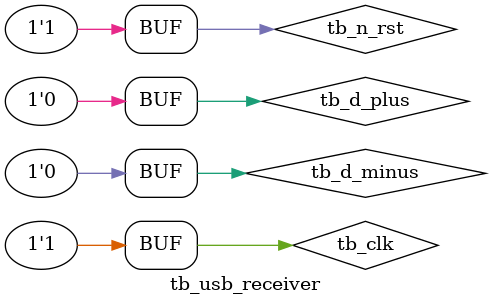
<source format=sv>

`timescale 1ns / 100 ps

module tb_usb_receiver();

//Define parameters.
	//local parameters.
	//localparam NUM_BITS = 2;
	localparam CLOCK_PERIOD = 10.4;
	localparam DELAY = 2;
	localparam DB_PERIOD = 8*CLOCK_PERIOD;
	localparam SLOW_DB_PERIOD = 1.04* DB_PERIOD;

	//Test bench parameters.

	reg tb_clk;
	reg tb_divclk;
	reg tb_n_rst;
	reg tb_d_plus;
	reg tb_d_minus;
	reg tb_r_enable;
	reg [7:0] tb_r_data;
	reg tb_empty;
	reg tb_full;
	reg tb_rcving;
	reg tb_r_error;

	//DUT port mappings.
	usb_receiver DUT
	(
		.clk(tb_clk),
		.n_rst(tb_n_rst),
		.d_plus(tb_d_plus), //input
		.d_minus(tb_d_minus), //input
		.r_enable(tb_r_enable), //input
		.r_data(tb_r_data), //output
		.empty(tb_empty), //output
		.full(tb_full), //output
		.rcving(tb_rcving), //output
		.r_error(tb_r_error) //output
	);
	
	//Clock logic for TB_CLOCK
	always
	begin
		tb_clk = 1'b0;
		# (CLOCK_PERIOD/2.0);
		tb_clk = 1'b1;
		# (CLOCK_PERIOD/2.0);
	end
	
	//CLOCK logic for 8-clock
	/*always
	begin
		tb_divclk = 1'b0;
		# (CLOCK_PERIOD/2.0);
		tb_divclk = 1'b1;
		# (CLOCK_PERIOD/2.0);
	end*/

//Begin test bench process.

initial
begin

	//Initialize tb signals to avoid metastable triggers
	//tb_d_plus = 1'b1;
	//tb_d_minus = 1'b0;
	
	//TEST CASE 1. INCORRECT SYNC.

	//async reset to clear any existing logic
	tb_n_rst = 1'b0;
	#(DELAY)

	//Initialize tb signals to avoid metastable triggers
	tb_d_plus = 1'b1;
	tb_d_minus = 1'b0;

	tb_n_rst = 1'b1;

	//Assert d_edge to go from IDLE -> RCV_SYNC
	//3 clock cycles of IDLE.
	#(DB_PERIOD);
	tb_d_plus = 1; //IDLE
	tb_d_minus = 0;
	#(DB_PERIOD);
	tb_d_plus = 1; //IDLE
	tb_d_minus = 0;
	#(DB_PERIOD);
	tb_d_plus = 1; //IDLE
	tb_d_minus = 0;

	//Start feeding it an incorrect sync byte, d_edge will be asserted and state should move to RCV_SYNC.
	//INCORRECT SYNC BYTE CASE
	#(DB_PERIOD);
	tb_d_plus = 0; //d_orig = 0
	tb_d_minus = 1;
	#(DB_PERIOD);
	tb_d_plus = 1; //0
	tb_d_minus = 0;
	#(DB_PERIOD);
	tb_d_plus = 1;
	tb_d_minus = 0; //1, erroneous sync bit
	#(DB_PERIOD);
	tb_d_plus = 0;
	tb_d_minus = 1; //0
	#(DB_PERIOD);
	tb_d_plus = 1;
	tb_d_minus = 0; //0
	#(DB_PERIOD);
	tb_d_plus = 0;
	tb_d_minus = 1; //0
	#(DB_PERIOD);
	tb_d_plus = 1;
	tb_d_minus = 0; //0
	#(DB_PERIOD);
	tb_d_plus = 0;
	tb_d_minus = 1; //1
	#(DB_PERIOD)

	//Since incorrect sync, RCV_SYNC -> ERROR state.

	//TEST CASE 2. CORRECT SYNC.
	
	//async reset to clear any existing logic
	tb_n_rst = 1'b0;
	#(2*DELAY)
	
	//Initialize tb signals to avoid metastable triggers
	tb_d_plus = 1'b1;
	tb_d_minus = 1'b0;

	tb_n_rst = 1'b1;
	
	//Assert d_edge to go from IDLE -> RCV_SYNC
	//3 clock cycles of IDLE.
	#(DB_PERIOD);
	tb_d_plus = 1; //IDLE
	tb_d_minus = 0;
	#(DB_PERIOD);
	tb_d_plus = 1; //IDLE
	tb_d_minus = 0;
	#(DB_PERIOD);
	tb_d_plus = 1; //IDLE
	tb_d_minus = 0;

	//Start feeding a correct sync byte, d_edge should be asserted and state should move to RCV_SYNC.
	//CORRECT SYNC BYTE CASE
	#(DB_PERIOD);
	tb_d_plus = 0; //d_orig = 0
	tb_d_minus = 1;
	#(DB_PERIOD);
	tb_d_plus = 1; //0
	tb_d_minus = 0;
	#(DB_PERIOD);
	tb_d_plus = 0;
	tb_d_minus = 1; //0
	#(DB_PERIOD);
	tb_d_plus = 1;
	tb_d_minus = 0; //0
	#(DB_PERIOD);
	tb_d_plus = 0;
	tb_d_minus = 1; //0
	#(DB_PERIOD);
	tb_d_plus = 1;
	tb_d_minus = 0; //0
	#(DB_PERIOD);
	tb_d_plus = 0;
	tb_d_minus = 1; //0
	#(DB_PERIOD);
	tb_d_plus = 0;
	tb_d_minus = 1; //1

	//Since correct sync, RCV_SYNC -> BEGIN_RCV state.
	
	//TEST CASE 3. SEND PACKET DATA.
	//We are in BEGIN_RCV state. Keep sending bits of data at rate "DB_PERIOD"
	//Once 8 bits are sent, byte_received will be asserted, and BEGIN_RCV -> SAVE_BYTE.
	//PACKET: 10100111
	#(DB_PERIOD)
	tb_d_plus = 1; //1
	tb_d_minus = 0;
	#(DB_PERIOD)
	tb_d_plus = 1; //2
	tb_d_minus = 0;
	#(DB_PERIOD)
	tb_d_plus = 0; //3
	tb_d_minus = 1;
	#(DB_PERIOD)
	tb_d_plus = 0; //4
	tb_d_minus = 1;
	#(DB_PERIOD)
	tb_d_plus = 1; //5
	tb_d_minus = 0;
	#(DB_PERIOD)
	tb_d_plus = 0; //6
	tb_d_plus = 1;
	#(DB_PERIOD)
	tb_d_plus = 0; //7
	tb_d_plus = 1;
	#(DB_PERIOD)
	tb_d_plus = 0; //8
	tb_d_plus = 1;
	//byte_received asserted. Goes to SAVE_BYTE.

	//SAVE_BYTE -> CHECK_EOP
	//#(DB_PERIOD)

	//assert eop (1st cycle of low data, for EOP); CHECK_EOP -> CHECK_DEDGE
	#(DB_PERIOD)
	tb_d_plus = 0;
	tb_d_minus = 0;
	//keep d_edge = 0 (2nd cycle of low data, for EOP); CHECK_DEDGE -> CHECK_DEDGE2
	#(DB_PERIOD)
	tb_d_plus = 0;
	tb_d_minus = 0;
	//assert d_edge (3rd cycle of high data, for EOP complete); CHECK_DEDGE2 -> IDLE
	#(DB_PERIOD)
	tb_d_plus = 1;
	tb_d_minus = 0;

	//Should end up in IDLE.

	//IDLE -> RCV_SYNC (2)
	#(DB_PERIOD)
	tb_d_plus = 0;
	tb_d_minus = 0;  

end

endmodule

		






















</source>
